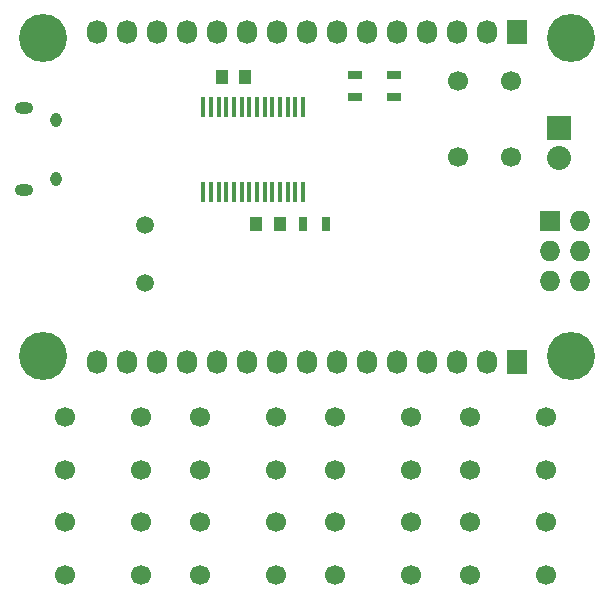
<source format=gbs>
G04 #@! TF.FileFunction,Soldermask,Bot*
%FSLAX46Y46*%
G04 Gerber Fmt 4.6, Leading zero omitted, Abs format (unit mm)*
G04 Created by KiCad (PCBNEW 4.0.1-stable) date 5/8/2016 2:59:50 PM*
%MOMM*%
G01*
G04 APERTURE LIST*
%ADD10C,0.100000*%
%ADD11C,4.064000*%
%ADD12C,1.700000*%
%ADD13R,1.000000X1.250000*%
%ADD14R,1.727200X2.032000*%
%ADD15O,1.727200X2.032000*%
%ADD16R,0.700000X1.300000*%
%ADD17R,1.300000X0.700000*%
%ADD18R,0.450000X1.750000*%
%ADD19C,1.501140*%
%ADD20R,2.032000X2.032000*%
%ADD21O,2.032000X2.032000*%
%ADD22O,0.950000X1.250000*%
%ADD23O,1.550000X1.000000*%
%ADD24R,1.727200X1.727200*%
%ADD25O,1.727200X1.727200*%
G04 APERTURE END LIST*
D10*
D11*
X112268000Y-97028000D03*
D12*
X125528000Y-129068000D03*
X132028000Y-129068000D03*
X132028000Y-133568000D03*
X125528000Y-133568000D03*
D13*
X132318000Y-112776000D03*
X130318000Y-112776000D03*
D14*
X152400000Y-96520000D03*
D15*
X149860000Y-96520000D03*
X147320000Y-96520000D03*
X144780000Y-96520000D03*
X142240000Y-96520000D03*
X139700000Y-96520000D03*
X137160000Y-96520000D03*
X134620000Y-96520000D03*
X132080000Y-96520000D03*
X129540000Y-96520000D03*
X127000000Y-96520000D03*
X124460000Y-96520000D03*
X121920000Y-96520000D03*
X119380000Y-96520000D03*
X116840000Y-96520000D03*
D14*
X152400000Y-124460000D03*
D15*
X149860000Y-124460000D03*
X147320000Y-124460000D03*
X144780000Y-124460000D03*
X142240000Y-124460000D03*
X139700000Y-124460000D03*
X137160000Y-124460000D03*
X134620000Y-124460000D03*
X132080000Y-124460000D03*
X129540000Y-124460000D03*
X127000000Y-124460000D03*
X124460000Y-124460000D03*
X121920000Y-124460000D03*
X119380000Y-124460000D03*
X116840000Y-124460000D03*
D16*
X136205000Y-112776000D03*
X134305000Y-112776000D03*
D17*
X138684000Y-102042000D03*
X138684000Y-100142000D03*
X141986000Y-102042000D03*
X141986000Y-100142000D03*
D18*
X134273000Y-110026000D03*
X133623000Y-110026000D03*
X132973000Y-110026000D03*
X132323000Y-110026000D03*
X131673000Y-110026000D03*
X131023000Y-110026000D03*
X130373000Y-110026000D03*
X129723000Y-110026000D03*
X129073000Y-110026000D03*
X128423000Y-110026000D03*
X127773000Y-110026000D03*
X127123000Y-110026000D03*
X126473000Y-110026000D03*
X125823000Y-110026000D03*
X125823000Y-102826000D03*
X126473000Y-102826000D03*
X127123000Y-102826000D03*
X127773000Y-102826000D03*
X128423000Y-102826000D03*
X129073000Y-102826000D03*
X129723000Y-102826000D03*
X130373000Y-102826000D03*
X131023000Y-102826000D03*
X131673000Y-102826000D03*
X132323000Y-102826000D03*
X132973000Y-102826000D03*
X133623000Y-102826000D03*
X134273000Y-102826000D03*
D19*
X120904000Y-112875060D03*
X120904000Y-117756940D03*
D12*
X114098000Y-129068000D03*
X120598000Y-129068000D03*
X120598000Y-133568000D03*
X114098000Y-133568000D03*
X136958000Y-129068000D03*
X143458000Y-129068000D03*
X143458000Y-133568000D03*
X136958000Y-133568000D03*
X148388000Y-129068000D03*
X154888000Y-129068000D03*
X154888000Y-133568000D03*
X148388000Y-133568000D03*
X114098000Y-137958000D03*
X120598000Y-137958000D03*
X120598000Y-142458000D03*
X114098000Y-142458000D03*
X125528000Y-137958000D03*
X132028000Y-137958000D03*
X132028000Y-142458000D03*
X125528000Y-142458000D03*
X136958000Y-137958000D03*
X143458000Y-137958000D03*
X143458000Y-142458000D03*
X136958000Y-142458000D03*
X148388000Y-137958000D03*
X154888000Y-137958000D03*
X154888000Y-142458000D03*
X148388000Y-142458000D03*
X151856000Y-100636000D03*
X151856000Y-107136000D03*
X147356000Y-107136000D03*
X147356000Y-100636000D03*
D11*
X156972000Y-97028000D03*
X112268000Y-123952000D03*
X156972000Y-123952000D03*
D13*
X127397000Y-100330000D03*
X129397000Y-100330000D03*
D20*
X155956000Y-104648000D03*
D21*
X155956000Y-107188000D03*
D22*
X113322540Y-103925100D03*
X113322540Y-108925100D03*
D23*
X110622540Y-102925100D03*
X110622540Y-109925100D03*
D24*
X155194000Y-112522000D03*
D25*
X157734000Y-112522000D03*
X155194000Y-115062000D03*
X157734000Y-115062000D03*
X155194000Y-117602000D03*
X157734000Y-117602000D03*
M02*

</source>
